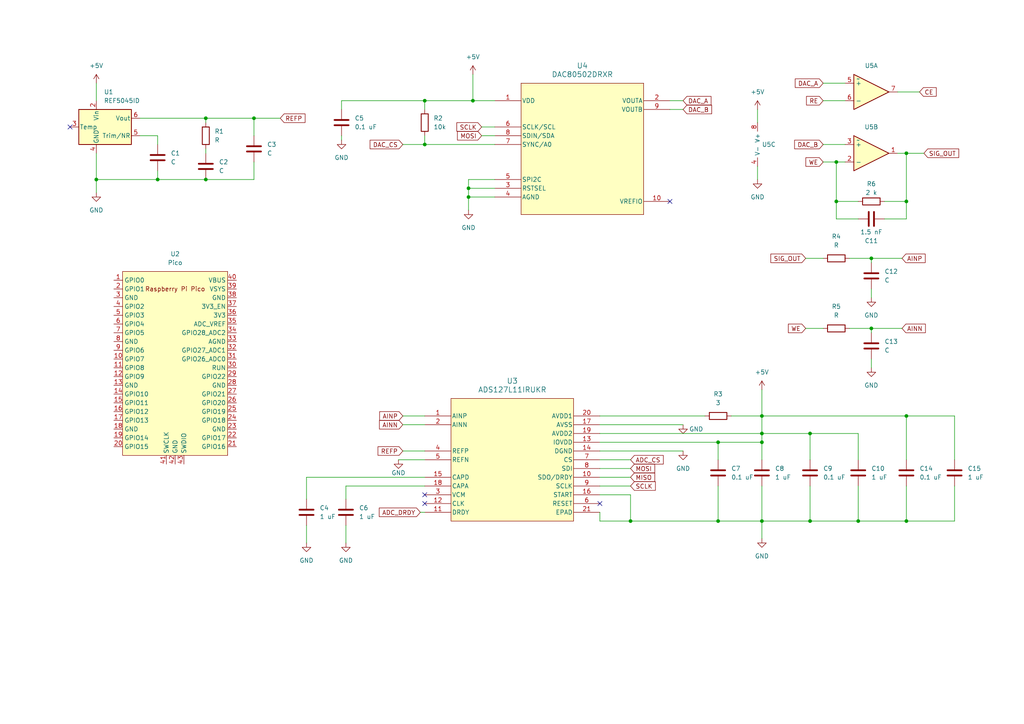
<source format=kicad_sch>
(kicad_sch (version 20230121) (generator eeschema)
  (paper "A4")
  (lib_symbols
    (symbol "ADS127L11IRUKR:ADS127L11IRUKR" (pin_names (offset 0.254))
      (property "Reference" "U" (at 25.4 10.16 0))
      (property "Value" "ADS127L11IRUKR" (at 25.4 7.62 0))
      (symbol "ADS127L11IRUKR_0_1"
        (pin input line (at 0 0 0) (length 7.62) (name "AINP") (number "1"))
        (pin output line (at 50.8 -17.78 180) (length 7.62) (name "SDO/DRDY") (number "10"))
        (pin output line (at 0 -27.94 0) (length 7.62) (name "DRDY") (number "11"))
        (pin input line (at 0 -25.4 0) (length 7.62) (name "CLK") (number "12"))
        (pin power_in line (at 50.8 -7.62 180) (length 7.62) (name "IOVDD") (number "13"))
        (pin power_out line (at 50.8 -10.16 180) (length 7.62) (name "DGND") (number "14"))
        (pin output line (at 0 -17.78 0) (length 7.62) (name "CAPD") (number "15"))
        (pin input line (at 50.8 -22.86 180) (length 7.62) (name "START") (number "16"))
        (pin power_in line (at 50.8 -2.54 180) (length 7.62) (name "AVSS") (number "17"))
        (pin output line (at 0 -20.32 0) (length 7.62) (name "CAPA") (number "18"))
        (pin power_in line (at 50.8 -5.08 180) (length 7.62) (name "AVDD2") (number "19"))
        (pin input line (at 0 -2.54 0) (length 7.62) (name "AINN") (number "2"))
        (pin power_in line (at 50.8 0 180) (length 7.62) (name "AVDD1") (number "20"))
        (pin power_out line (at 50.8 -27.94 180) (length 7.62) (name "EPAD") (number "21"))
        (pin output line (at 0 -22.86 0) (length 7.62) (name "VCM") (number "3"))
        (pin input line (at 0 -10.16 0) (length 7.62) (name "REFP") (number "4"))
        (pin input line (at 0 -12.7 0) (length 7.62) (name "REFN") (number "5"))
        (pin input line (at 50.8 -25.4 180) (length 7.62) (name "RESET") (number "6"))
        (pin input line (at 50.8 -12.7 180) (length 7.62) (name "CS") (number "7"))
        (pin input line (at 50.8 -15.24 180) (length 7.62) (name "SDI") (number "8"))
        (pin input line (at 50.8 -20.32 180) (length 7.62) (name "SCLK") (number "9"))
      )
      (symbol "ADS127L11IRUKR_1_1"
        (rectangle (start 7.62 5.08) (end 43.18 -30.48) (fill (type background)))
      )
    )
    (symbol "DAC80502DRXR:DAC80502DRXR" (pin_names (offset 0.254))
      (property "Reference" "U" (at 25.4 12.7 0))
      (property "Value" "DAC80502DRXR" (at 25.4 10.16 0))
      (symbol "DAC80502DRXR_0_1"
        (pin power_in line (at 0 2.54 0) (length 7.62) (name "VDD") (number "1"))
        (pin power_in line (at 50.8 -26.67 180) (length 7.62) (name "VREFIO") (number "10"))
        (pin output line (at 50.8 2.54 180) (length 7.62) (name "VOUTA") (number "2"))
        (pin unspecified line (at 0 -22.86 0) (length 7.62) (name "RSTSEL") (number "3"))
        (pin power_out line (at 0 -25.4 0) (length 7.62) (name "AGND") (number "4"))
        (pin unspecified line (at 0 -20.32 0) (length 7.62) (name "SPI2C") (number "5"))
        (pin unspecified line (at 0 -5.08 0) (length 7.62) (name "SCLK/SCL") (number "6"))
        (pin unspecified line (at 0 -10.16 0) (length 7.62) (name "SYNC/A0") (number "7"))
        (pin unspecified line (at 0 -7.62 0) (length 7.62) (name "SDIN/SDA") (number "8"))
        (pin output line (at 50.8 0 180) (length 7.62) (name "VOUTB") (number "9"))
      )
      (symbol "DAC80502DRXR_1_1"
        (rectangle (start 7.62 7.62) (end 43.18 -30.48) (fill (type background)))
      )
    )
    (symbol "Device:C" (pin_numbers hide) (pin_names (offset 0.254))
      (property "Reference" "C" (at 0.635 2.54 0))
      (property "Value" "C" (at 0.635 -2.54 0))
      (symbol "C_0_1"
        (polyline (pts (xy -2.032 -0.762) (xy 2.032 -0.762)) (stroke (width 0.508)))
        (polyline (pts (xy -2.032 0.762) (xy 2.032 0.762)) (stroke (width 0.508)))
      )
      (symbol "C_1_1"
        (pin passive line (at 0 3.81 270) (length 2.794) (name "~") (number "1"))
        (pin passive line (at 0 -3.81 90) (length 2.794) (name "~") (number "2"))
      )
    )
    (symbol "Device:R" (pin_numbers hide) (pin_names (offset 0))
      (property "Reference" "R" (at 2.032 0 90))
      (property "Value" "R" (at 0 0 90))
      (symbol "R_0_1"
        (rectangle (start -1.016 -2.54) (end 1.016 2.54) (stroke (width 0.254)))
      )
      (symbol "R_1_1"
        (pin passive line (at 0 3.81 270) (length 1.27) (name "~") (number "1"))
        (pin passive line (at 0 -3.81 90) (length 1.27) (name "~") (number "2"))
      )
    )
    (symbol "MCU_RaspberryPi_and_Boards:Pico"
      (property "Reference" "U" (at -13.97 27.94 0))
      (property "Value" "Pico" (at 0 19.05 0))
      (symbol "Pico_0_0"
        (text "Raspberry Pi Pico" (at 0 21.59 0) (effects (font (size 1.27 1.27))))
      )
      (symbol "Pico_0_1"
        (rectangle (start -15.24 26.67) (end 15.24 -26.67) (fill (type background)))
      )
      (symbol "Pico_1_1"
        (pin bidirectional line (at -17.78 24.13 0) (length 2.54) (name "GPIO0") (number "1"))
        (pin bidirectional line (at -17.78 1.27 0) (length 2.54) (name "GPIO7") (number "10"))
        (pin bidirectional line (at -17.78 -1.27 0) (length 2.54) (name "GPIO8") (number "11"))
        (pin bidirectional line (at -17.78 -3.81 0) (length 2.54) (name "GPIO9") (number "12"))
        (pin power_in line (at -17.78 -6.35 0) (length 2.54) (name "GND") (number "13"))
        (pin bidirectional line (at -17.78 -8.89 0) (length 2.54) (name "GPIO10") (number "14"))
        (pin bidirectional line (at -17.78 -11.43 0) (length 2.54) (name "GPIO11") (number "15"))
        (pin bidirectional line (at -17.78 -13.97 0) (length 2.54) (name "GPIO12") (number "16"))
        (pin bidirectional line (at -17.78 -16.51 0) (length 2.54) (name "GPIO13") (number "17"))
        (pin power_in line (at -17.78 -19.05 0) (length 2.54) (name "GND") (number "18"))
        (pin bidirectional line (at -17.78 -21.59 0) (length 2.54) (name "GPIO14") (number "19"))
        (pin bidirectional line (at -17.78 21.59 0) (length 2.54) (name "GPIO1") (number "2"))
        (pin bidirectional line (at -17.78 -24.13 0) (length 2.54) (name "GPIO15") (number "20"))
        (pin bidirectional line (at 17.78 -24.13 180) (length 2.54) (name "GPIO16") (number "21"))
        (pin bidirectional line (at 17.78 -21.59 180) (length 2.54) (name "GPIO17") (number "22"))
        (pin power_in line (at 17.78 -19.05 180) (length 2.54) (name "GND") (number "23"))
        (pin bidirectional line (at 17.78 -16.51 180) (length 2.54) (name "GPIO18") (number "24"))
        (pin bidirectional line (at 17.78 -13.97 180) (length 2.54) (name "GPIO19") (number "25"))
        (pin bidirectional line (at 17.78 -11.43 180) (length 2.54) (name "GPIO20") (number "26"))
        (pin bidirectional line (at 17.78 -8.89 180) (length 2.54) (name "GPIO21") (number "27"))
        (pin power_in line (at 17.78 -6.35 180) (length 2.54) (name "GND") (number "28"))
        (pin bidirectional line (at 17.78 -3.81 180) (length 2.54) (name "GPIO22") (number "29"))
        (pin power_in line (at -17.78 19.05 0) (length 2.54) (name "GND") (number "3"))
        (pin input line (at 17.78 -1.27 180) (length 2.54) (name "RUN") (number "30"))
        (pin bidirectional line (at 17.78 1.27 180) (length 2.54) (name "GPIO26_ADC0") (number "31"))
        (pin bidirectional line (at 17.78 3.81 180) (length 2.54) (name "GPIO27_ADC1") (number "32"))
        (pin power_in line (at 17.78 6.35 180) (length 2.54) (name "AGND") (number "33"))
        (pin bidirectional line (at 17.78 8.89 180) (length 2.54) (name "GPIO28_ADC2") (number "34"))
        (pin power_in line (at 17.78 11.43 180) (length 2.54) (name "ADC_VREF") (number "35"))
        (pin power_in line (at 17.78 13.97 180) (length 2.54) (name "3V3") (number "36"))
        (pin input line (at 17.78 16.51 180) (length 2.54) (name "3V3_EN") (number "37"))
        (pin bidirectional line (at 17.78 19.05 180) (length 2.54) (name "GND") (number "38"))
        (pin power_in line (at 17.78 21.59 180) (length 2.54) (name "VSYS") (number "39"))
        (pin bidirectional line (at -17.78 16.51 0) (length 2.54) (name "GPIO2") (number "4"))
        (pin power_in line (at 17.78 24.13 180) (length 2.54) (name "VBUS") (number "40"))
        (pin input line (at -2.54 -29.21 90) (length 2.54) (name "SWCLK") (number "41"))
        (pin power_in line (at 0 -29.21 90) (length 2.54) (name "GND") (number "42"))
        (pin bidirectional line (at 2.54 -29.21 90) (length 2.54) (name "SWDIO") (number "43"))
        (pin bidirectional line (at -17.78 13.97 0) (length 2.54) (name "GPIO3") (number "5"))
        (pin bidirectional line (at -17.78 11.43 0) (length 2.54) (name "GPIO4") (number "6"))
        (pin bidirectional line (at -17.78 8.89 0) (length 2.54) (name "GPIO5") (number "7"))
        (pin power_in line (at -17.78 6.35 0) (length 2.54) (name "GND") (number "8"))
        (pin bidirectional line (at -17.78 3.81 0) (length 2.54) (name "GPIO6") (number "9"))
      )
    )
    (symbol "OPA2328DGKR:OPA2328DGKR"
      (property "Reference" "U" (at 0 6.35 0))
      (symbol "OPA2328DGKR_1_1"
        (polyline (pts (xy -3.81 3.81) (xy 6.35 -1.27) (xy -3.81 -6.35) (xy -3.81 3.81)) (stroke (width 0.254)) (fill (type background)))
        (pin input line (at -6.35 1.27 0) (length 2.54) (name "+") (number "5"))
        (pin input line (at -6.35 -3.81 0) (length 2.54) (name "-") (number "6"))
        (pin output line (at 8.89 -1.27 180) (length 2.54) (name "") (number "7"))
      )
      (symbol "OPA2328DGKR_2_1"
        (polyline (pts (xy -3.81 3.81) (xy 6.35 -1.27) (xy -3.81 -6.35) (xy -3.81 3.81)) (stroke (width 0.254)) (fill (type background)))
        (pin output line (at 8.89 -1.27 180) (length 2.54) (name "") (number "1"))
        (pin input line (at -6.35 -3.81 0) (length 2.54) (name "-") (number "2"))
        (pin input line (at -6.35 1.27 0) (length 2.54) (name "+") (number "3"))
      )
      (symbol "OPA2328DGKR_3_1"
        (pin power_in line (at -2.54 -5.08 90) (length 2.54) (name "V-") (number "4"))
        (pin power_in line (at -2.54 7.62 270) (length 2.54) (name "V+") (number "8"))
      )
    )
    (symbol "Reference_Voltage:REF5045ID" (pin_names (offset 0.254))
      (property "Reference" "U" (at -1.27 8.255 0))
      (property "Value" "REF5045ID" (at -1.27 6.35 0))
      (symbol "REF5045ID_0_1"
        (rectangle (start -7.62 5.08) (end 7.62 -5.08) (stroke (width 0.254)) (fill (type background)))
      )
      (symbol "REF5045ID_1_1"
        (pin no_connect line (at -7.62 2.54 0) (length 2.54) hide (name "DNC") (number "1"))
        (pin power_in line (at -2.54 7.62 270) (length 2.54) (name "Vin") (number "2"))
        (pin passive line (at -10.16 0 0) (length 2.54) (name "Temp") (number "3"))
        (pin power_in line (at -2.54 -7.62 90) (length 2.54) (name "GND") (number "4"))
        (pin passive line (at 10.16 -2.54 180) (length 2.54) (name "Trim/NR") (number "5"))
        (pin power_out line (at 10.16 2.54 180) (length 2.54) (name "Vout") (number "6"))
        (pin no_connect line (at -5.08 -5.08 90) (length 2.54) hide (name "NC") (number "7"))
        (pin no_connect line (at 7.62 0 180) (length 2.54) hide (name "DNC") (number "8"))
      )
    )
    (symbol "power:+5V" (power) (pin_names (offset 0))
      (property "Value" "+5V" (at 0 3.556 0))
      (symbol "+5V_0_1"
        (polyline (pts (xy -0.762 1.27) (xy 0 2.54)))
        (polyline (pts (xy 0 0) (xy 0 2.54)))
        (polyline (pts (xy 0 2.54) (xy 0.762 1.27)))
      )
      (symbol "+5V_1_1"
        (pin power_in line (at 0 0 90) (length 0) hide (name "+5V") (number "1"))
      )
    )
    (symbol "power:GND" (power) (pin_names (offset 0))
      (property "Value" "GND" (at 0 -3.81 0))
      (symbol "GND_0_1"
        (polyline (pts (xy 0 0) (xy 0 -1.27) (xy 1.27 -1.27) (xy 0 -2.54) (xy -1.27 -1.27) (xy 0 -1.27)))
      )
      (symbol "GND_1_1"
        (pin power_in line (at 0 0 270) (length 0) hide (name "GND") (number "1"))
      )
    )
  )
  (junction (at 208.28 128.27))
  (junction (at 123.19 41.91))
  (junction (at 242.57 58.42))
  (junction (at 220.98 151.13))
  (junction (at 220.98 128.27))
  (junction (at 123.19 29.21))
  (junction (at 252.73 95.25))
  (junction (at 208.28 151.13))
  (junction (at 59.69 52.07))
  (junction (at 135.89 54.61))
  (junction (at 248.92 151.13))
  (junction (at 220.98 125.73))
  (junction (at 262.89 44.45))
  (junction (at 45.72 52.07))
  (junction (at 242.57 46.99))
  (junction (at 73.66 34.29))
  (junction (at 262.89 151.13))
  (junction (at 234.95 151.13))
  (junction (at 252.73 74.93))
  (junction (at 262.89 120.65))
  (junction (at 27.94 52.07))
  (junction (at 135.89 57.15))
  (junction (at 137.16 29.21))
  (junction (at 234.95 125.73))
  (junction (at 182.88 151.13))
  (junction (at 220.98 120.65))
  (junction (at 262.89 58.42))
  (junction (at 59.69 34.29))
  (no_connect (at 194.31 58.42))
  (no_connect (at 173.99 146.05))
  (no_connect (at 20.32 36.83))
  (no_connect (at 123.19 146.05))
  (no_connect (at 123.19 143.51))
  (wire (pts (xy 182.88 151.13) (xy 208.28 151.13)))
  (wire (pts (xy 208.28 151.13) (xy 220.98 151.13)))
  (wire (pts (xy 121.92 148.59) (xy 123.19 148.59)))
  (wire (pts (xy 219.71 31.75) (xy 219.71 35.56)))
  (wire (pts (xy 276.86 151.13) (xy 262.89 151.13)))
  (wire (pts (xy 173.99 135.89) (xy 182.88 135.89)))
  (wire (pts (xy 116.84 130.81) (xy 123.19 130.81)))
  (wire (pts (xy 116.84 41.91) (xy 123.19 41.91)))
  (wire (pts (xy 135.89 52.07) (xy 135.89 54.61)))
  (wire (pts (xy 252.73 95.25) (xy 252.73 96.52)))
  (wire (pts (xy 123.19 138.43) (xy 88.9 138.43)))
  (wire (pts (xy 143.51 57.15) (xy 135.89 57.15)))
  (wire (pts (xy 256.54 58.42) (xy 262.89 58.42)))
  (wire (pts (xy 173.99 151.13) (xy 182.88 151.13)))
  (wire (pts (xy 219.71 48.26) (xy 219.71 52.07)))
  (wire (pts (xy 139.7 36.83) (xy 143.51 36.83)))
  (wire (pts (xy 173.99 120.65) (xy 204.47 120.65)))
  (wire (pts (xy 123.19 39.37) (xy 123.19 41.91)))
  (wire (pts (xy 208.28 128.27) (xy 220.98 128.27)))
  (wire (pts (xy 252.73 74.93) (xy 252.73 76.2)))
  (wire (pts (xy 143.51 54.61) (xy 135.89 54.61)))
  (wire (pts (xy 234.95 125.73) (xy 234.95 133.35)))
  (wire (pts (xy 220.98 120.65) (xy 262.89 120.65)))
  (wire (pts (xy 242.57 46.99) (xy 245.11 46.99)))
  (wire (pts (xy 260.35 26.67) (xy 266.7 26.67)))
  (wire (pts (xy 220.98 151.13) (xy 234.95 151.13)))
  (wire (pts (xy 234.95 140.97) (xy 234.95 151.13)))
  (wire (pts (xy 256.54 63.5) (xy 262.89 63.5)))
  (wire (pts (xy 242.57 58.42) (xy 248.92 58.42)))
  (wire (pts (xy 45.72 39.37) (xy 45.72 41.91)))
  (wire (pts (xy 182.88 151.13) (xy 182.88 143.51)))
  (wire (pts (xy 99.06 39.37) (xy 99.06 40.64)))
  (wire (pts (xy 173.99 133.35) (xy 182.88 133.35)))
  (wire (pts (xy 59.69 34.29) (xy 59.69 35.56)))
  (wire (pts (xy 135.89 54.61) (xy 135.89 57.15)))
  (wire (pts (xy 262.89 133.35) (xy 262.89 120.65)))
  (wire (pts (xy 260.35 44.45) (xy 262.89 44.45)))
  (wire (pts (xy 208.28 140.97) (xy 208.28 151.13)))
  (wire (pts (xy 100.33 140.97) (xy 100.33 144.78)))
  (wire (pts (xy 248.92 140.97) (xy 248.92 151.13)))
  (wire (pts (xy 73.66 34.29) (xy 81.28 34.29)))
  (wire (pts (xy 252.73 74.93) (xy 261.62 74.93)))
  (wire (pts (xy 173.99 140.97) (xy 182.88 140.97)))
  (wire (pts (xy 208.28 128.27) (xy 208.28 133.35)))
  (wire (pts (xy 194.31 31.75) (xy 198.12 31.75)))
  (wire (pts (xy 233.68 95.25) (xy 238.76 95.25)))
  (wire (pts (xy 220.98 113.03) (xy 220.98 120.65)))
  (wire (pts (xy 220.98 128.27) (xy 220.98 133.35)))
  (wire (pts (xy 123.19 29.21) (xy 137.16 29.21)))
  (wire (pts (xy 276.86 120.65) (xy 276.86 133.35)))
  (wire (pts (xy 220.98 151.13) (xy 220.98 156.21)))
  (wire (pts (xy 252.73 104.14) (xy 252.73 106.68)))
  (wire (pts (xy 88.9 152.4) (xy 88.9 157.48)))
  (wire (pts (xy 252.73 95.25) (xy 261.62 95.25)))
  (wire (pts (xy 220.98 125.73) (xy 220.98 128.27)))
  (wire (pts (xy 173.99 138.43) (xy 182.88 138.43)))
  (wire (pts (xy 173.99 143.51) (xy 182.88 143.51)))
  (wire (pts (xy 123.19 31.75) (xy 123.19 29.21)))
  (wire (pts (xy 73.66 34.29) (xy 59.69 34.29)))
  (wire (pts (xy 123.19 140.97) (xy 100.33 140.97)))
  (wire (pts (xy 220.98 125.73) (xy 234.95 125.73)))
  (wire (pts (xy 248.92 151.13) (xy 262.89 151.13)))
  (wire (pts (xy 116.84 123.19) (xy 123.19 123.19)))
  (wire (pts (xy 27.94 52.07) (xy 45.72 52.07)))
  (wire (pts (xy 238.76 24.13) (xy 245.11 24.13)))
  (wire (pts (xy 73.66 46.99) (xy 73.66 52.07)))
  (wire (pts (xy 45.72 52.07) (xy 59.69 52.07)))
  (wire (pts (xy 262.89 120.65) (xy 276.86 120.65)))
  (wire (pts (xy 262.89 63.5) (xy 262.89 58.42)))
  (wire (pts (xy 238.76 46.99) (xy 242.57 46.99)))
  (wire (pts (xy 233.68 74.93) (xy 238.76 74.93)))
  (wire (pts (xy 234.95 125.73) (xy 248.92 125.73)))
  (wire (pts (xy 252.73 83.82) (xy 252.73 86.36)))
  (wire (pts (xy 45.72 49.53) (xy 45.72 52.07)))
  (wire (pts (xy 248.92 125.73) (xy 248.92 133.35)))
  (wire (pts (xy 238.76 41.91) (xy 245.11 41.91)))
  (wire (pts (xy 173.99 130.81) (xy 198.12 130.81)))
  (wire (pts (xy 252.73 74.93) (xy 246.38 74.93)))
  (wire (pts (xy 59.69 43.18) (xy 59.69 44.45)))
  (wire (pts (xy 212.09 120.65) (xy 220.98 120.65)))
  (wire (pts (xy 27.94 52.07) (xy 27.94 55.88)))
  (wire (pts (xy 27.94 44.45) (xy 27.94 52.07)))
  (wire (pts (xy 194.31 29.21) (xy 198.12 29.21)))
  (wire (pts (xy 59.69 52.07) (xy 73.66 52.07)))
  (wire (pts (xy 276.86 140.97) (xy 276.86 151.13)))
  (wire (pts (xy 262.89 140.97) (xy 262.89 151.13)))
  (wire (pts (xy 234.95 151.13) (xy 248.92 151.13)))
  (wire (pts (xy 173.99 123.19) (xy 198.12 123.19)))
  (wire (pts (xy 73.66 34.29) (xy 73.66 39.37)))
  (wire (pts (xy 143.51 52.07) (xy 135.89 52.07)))
  (wire (pts (xy 137.16 29.21) (xy 143.51 29.21)))
  (wire (pts (xy 220.98 120.65) (xy 220.98 125.73)))
  (wire (pts (xy 116.84 120.65) (xy 123.19 120.65)))
  (wire (pts (xy 242.57 46.99) (xy 242.57 58.42)))
  (wire (pts (xy 88.9 138.43) (xy 88.9 144.78)))
  (wire (pts (xy 115.57 133.35) (xy 123.19 133.35)))
  (wire (pts (xy 100.33 152.4) (xy 100.33 157.48)))
  (wire (pts (xy 139.7 39.37) (xy 143.51 39.37)))
  (wire (pts (xy 173.99 128.27) (xy 208.28 128.27)))
  (wire (pts (xy 40.64 34.29) (xy 59.69 34.29)))
  (wire (pts (xy 220.98 140.97) (xy 220.98 151.13)))
  (wire (pts (xy 123.19 41.91) (xy 143.51 41.91)))
  (wire (pts (xy 27.94 24.13) (xy 27.94 29.21)))
  (wire (pts (xy 173.99 125.73) (xy 220.98 125.73)))
  (wire (pts (xy 262.89 58.42) (xy 262.89 44.45)))
  (wire (pts (xy 262.89 44.45) (xy 267.97 44.45)))
  (wire (pts (xy 99.06 31.75) (xy 99.06 29.21)))
  (wire (pts (xy 99.06 29.21) (xy 123.19 29.21)))
  (wire (pts (xy 137.16 21.59) (xy 137.16 29.21)))
  (wire (pts (xy 248.92 63.5) (xy 242.57 63.5)))
  (wire (pts (xy 45.72 39.37) (xy 40.64 39.37)))
  (wire (pts (xy 173.99 148.59) (xy 173.99 151.13)))
  (wire (pts (xy 135.89 57.15) (xy 135.89 60.96)))
  (wire (pts (xy 242.57 63.5) (xy 242.57 58.42)))
  (wire (pts (xy 252.73 95.25) (xy 246.38 95.25)))
  (wire (pts (xy 238.76 29.21) (xy 245.11 29.21)))
  (global_label "DAC_A" (shape input) (at 238.76 24.13 180) (property "Intersheetrefs" "${INTERSHEET_REFS}" (effects hide)))
  (global_label "DAC_CS" (shape input) (at 116.84 41.91 180) (property "Intersheetrefs" "${INTERSHEET_REFS}" (effects hide)))
  (global_label "SIG_OUT" (shape input) (at 267.97 44.45 0) (property "Intersheetrefs" "${INTERSHEET_REFS}" (effects hide)))
  (global_label "SCLK" (shape input) (at 182.88 140.97 0) (property "Intersheetrefs" "${INTERSHEET_REFS}" (effects hide)))
  (global_label "MOSI" (shape input) (at 182.88 135.89 0) (property "Intersheetrefs" "${INTERSHEET_REFS}" (effects hide)))
  (global_label "CE" (shape input) (at 266.7 26.67 0) (property "Intersheetrefs" "${INTERSHEET_REFS}" (effects hide)))
  (global_label "RE" (shape input) (at 238.76 29.21 180) (property "Intersheetrefs" "${INTERSHEET_REFS}" (effects hide)))
  (global_label "MISO" (shape input) (at 182.88 138.43 0) (property "Intersheetrefs" "${INTERSHEET_REFS}" (effects hide)))
  (global_label "AINN" (shape input) (at 116.84 123.19 180) (property "Intersheetrefs" "${INTERSHEET_REFS}" (effects hide)))
  (global_label "WE" (shape input) (at 238.76 46.99 180) (property "Intersheetrefs" "${INTERSHEET_REFS}" (effects hide)))
  (global_label "DAC_A" (shape input) (at 198.12 29.21 0) (property "Intersheetrefs" "${INTERSHEET_REFS}" (effects hide)))
  (global_label "SIG_OUT" (shape input) (at 233.68 74.93 180) (property "Intersheetrefs" "${INTERSHEET_REFS}" (effects hide)))
  (global_label "DAC_B" (shape input) (at 238.76 41.91 180) (property "Intersheetrefs" "${INTERSHEET_REFS}" (effects hide)))
  (global_label "REFP" (shape input) (at 116.84 130.81 180) (property "Intersheetrefs" "${INTERSHEET_REFS}" (effects hide)))
  (global_label "DAC_B" (shape input) (at 198.12 31.75 0) (property "Intersheetrefs" "${INTERSHEET_REFS}" (effects hide)))
  (global_label "ADC_DRDY" (shape input) (at 121.92 148.59 180) (property "Intersheetrefs" "${INTERSHEET_REFS}" (effects hide)))
  (global_label "SCLK" (shape input) (at 139.7 36.83 180) (property "Intersheetrefs" "${INTERSHEET_REFS}" (effects hide)))
  (global_label "WE" (shape input) (at 233.68 95.25 180) (property "Intersheetrefs" "${INTERSHEET_REFS}" (effects hide)))
  (global_label "MOSI" (shape input) (at 139.7 39.37 180) (property "Intersheetrefs" "${INTERSHEET_REFS}" (effects hide)))
  (global_label "REFP" (shape input) (at 81.28 34.29 0) (property "Intersheetrefs" "${INTERSHEET_REFS}" (effects hide)))
  (global_label "AINP" (shape input) (at 116.84 120.65 180) (property "Intersheetrefs" "${INTERSHEET_REFS}" (effects hide)))
  (global_label "AINP" (shape input) (at 261.62 74.93 0) (property "Intersheetrefs" "${INTERSHEET_REFS}" (effects hide)))
  (global_label "AINN" (shape input) (at 261.62 95.25 0) (property "Intersheetrefs" "${INTERSHEET_REFS}" (effects hide)))
  (global_label "ADC_CS" (shape input) (at 182.88 133.35 0) (property "Intersheetrefs" "${INTERSHEET_REFS}" (effects hide)))
  (symbol (lib_id "power:GND") (at 88.9 157.48 0) (unit 1)
    (property "Reference" "#PWR03" (effects hide))
    (property "Value" "GND" (at 88.9 162.56 0))
  )
  (symbol (lib_id "power:GND") (at 27.94 55.88 0) (unit 1)
    (property "Reference" "#PWR02" (effects hide))
    (property "Value" "GND" (at 27.94 60.96 0))
  )
  (symbol (lib_id "Device:C") (at 262.89 137.16 0) (unit 1)
    (property "Reference" "C14" (at 266.7 135.89 0) (effects (justify left)))
    (property "Value" "0.1 uF" (at 266.7 138.43 0) (effects (justify left)))
    (property "Footprint" "Capacitor_SMD:C_0603_1608Metric_Pad1.08x0.95mm_HandSolder" (effects hide))
  )
  (symbol (lib_id "OPA2328DGKR:OPA2328DGKR") (at 251.46 43.18 0) (unit 2)
    (property "Reference" "U5" (at 252.73 36.83 0))
    (property "Value" "~" (at 248.92 40.64 0))
    (property "Footprint" "OPA2328DGKR:SO8_DGK_TEX" (effects hide))
  )
  (symbol (lib_id "MCU_RaspberryPi_and_Boards:Pico") (at 50.8 105.41 0) (unit 1)
    (property "Reference" "U2" (at 50.8 73.66 0))
    (property "Value" "Pico" (at 50.8 76.2 0))
    (property "Footprint" "MCU_RaspberryPi_and_Boards:RPi_Pico_SMD_TH" (effects hide))
  )
  (symbol (lib_id "power:GND") (at 252.73 86.36 0) (unit 1)
    (property "Reference" "#PWR015" (effects hide))
    (property "Value" "GND" (at 252.73 91.44 0))
  )
  (symbol (lib_id "OPA2328DGKR:OPA2328DGKR") (at 222.25 43.18 0) (unit 3)
    (property "Reference" "U5" (at 220.98 41.91 0) (effects (justify left)))
    (property "Value" "~" (at 219.71 40.64 0))
    (property "Footprint" "OPA2328DGKR:SO8_DGK_TEX" (effects hide))
  )
  (symbol (lib_id "Device:C") (at 208.28 137.16 0) (unit 1)
    (property "Reference" "C7" (at 212.09 135.89 0) (effects (justify left)))
    (property "Value" "0.1 uF" (at 212.09 138.43 0) (effects (justify left)))
    (property "Footprint" "Capacitor_SMD:C_0603_1608Metric_Pad1.08x0.95mm_HandSolder" (effects hide))
  )
  (symbol (lib_id "power:GND") (at 100.33 157.48 0) (unit 1)
    (property "Reference" "#PWR05" (effects hide))
    (property "Value" "GND" (at 100.33 162.56 0))
  )
  (symbol (lib_id "power:GND") (at 220.98 156.21 0) (unit 1)
    (property "Reference" "#PWR014" (effects hide))
    (property "Value" "GND" (at 220.98 161.29 0))
  )
  (symbol (lib_id "power:GND") (at 219.71 52.07 0) (unit 1)
    (property "Reference" "#PWR012" (effects hide))
    (property "Value" "GND" (at 219.71 57.15 0))
  )
  (symbol (lib_id "Device:C") (at 99.06 35.56 0) (unit 1)
    (property "Reference" "C5" (at 102.87 34.29 0) (effects (justify left)))
    (property "Value" "0.1 uF" (at 102.87 36.83 0) (effects (justify left)))
    (property "Footprint" "Capacitor_SMD:C_0603_1608Metric_Pad1.08x0.95mm_HandSolder" (effects hide))
  )
  (symbol (lib_id "DAC80502DRXR:DAC80502DRXR") (at 143.51 31.75 0) (unit 1)
    (property "Reference" "U4" (at 168.91 19.05 0) (effects (font (size 1.524 1.524))))
    (property "Value" "DAC80502DRXR" (at 168.91 21.59 0) (effects (font (size 1.524 1.524))))
    (property "Footprint" "DAC80502DRXR:SON_02DRXR_TEX" (effects hide))
    (property "Datasheet" "DAC80502DRXR" (effects hide))
  )
  (symbol (lib_id "power:GND") (at 198.12 130.81 0) (unit 1)
    (property "Reference" "#PWR010" (effects hide))
    (property "Value" "GND" (at 198.12 135.89 0))
  )
  (symbol (lib_id "power:+5V") (at 27.94 24.13 0) (unit 1)
    (property "Reference" "#PWR01" (effects hide))
    (property "Value" "+5V" (at 27.94 19.05 0))
  )
  (symbol (lib_id "power:GND") (at 135.89 60.96 0) (unit 1)
    (property "Reference" "#PWR07" (effects hide))
    (property "Value" "GND" (at 135.89 66.04 0))
  )
  (symbol (lib_id "power:GND") (at 99.06 40.64 0) (unit 1)
    (property "Reference" "#PWR04" (effects hide))
    (property "Value" "GND" (at 99.06 45.72 0))
  )
  (symbol (lib_id "Device:C") (at 220.98 137.16 0) (unit 1)
    (property "Reference" "C8" (at 224.79 135.89 0) (effects (justify left)))
    (property "Value" "1 uF" (at 224.79 138.43 0) (effects (justify left)))
    (property "Footprint" "Capacitor_SMD:C_0603_1608Metric_Pad1.08x0.95mm_HandSolder" (effects hide))
  )
  (symbol (lib_id "Device:C") (at 252.73 100.33 0) (unit 1)
    (property "Reference" "C13" (at 256.54 99.06 0) (effects (justify left)))
    (property "Value" "C" (at 256.54 101.6 0) (effects (justify left)))
    (property "Footprint" "Capacitor_SMD:C_0603_1608Metric_Pad1.08x0.95mm_HandSolder" (effects hide))
  )
  (symbol (lib_id "power:GND") (at 115.57 133.35 0) (unit 1)
    (property "Reference" "#PWR06" (effects hide))
    (property "Value" "GND" (at 115.57 137.16 0))
  )
  (symbol (lib_id "Device:R") (at 123.19 35.56 0) (unit 1)
    (property "Reference" "R2" (at 125.73 34.29 0) (effects (justify left)))
    (property "Value" "10k" (at 125.73 36.83 0) (effects (justify left)))
    (property "Footprint" "Resistor_SMD:R_0603_1608Metric_Pad0.98x0.95mm_HandSolder" (effects hide))
  )
  (symbol (lib_id "Reference_Voltage:REF5045ID") (at 30.48 36.83 0) (unit 1)
    (property "Reference" "U1" (at 30.1341 26.67 0) (effects (justify left)))
    (property "Value" "REF5045ID" (at 30.1341 29.21 0) (effects (justify left)))
    (property "Footprint" "Package_SO:SOIC-8_3.9x4.9mm_P1.27mm" (effects hide))
    (property "Datasheet" "http://www.ti.com/lit/ds/symlink/ref5030.pdf" (effects hide))
  )
  (symbol (lib_id "power:+5V") (at 219.71 31.75 0) (unit 1)
    (property "Reference" "#PWR011" (effects hide))
    (property "Value" "+5V" (at 219.71 26.67 0))
  )
  (symbol (lib_id "Device:C") (at 59.69 48.26 0) (unit 1)
    (property "Reference" "C2" (at 63.5 46.99 0) (effects (justify left)))
    (property "Value" "C" (at 63.5 49.53 0) (effects (justify left)))
    (property "Footprint" "Capacitor_SMD:C_0603_1608Metric_Pad1.08x0.95mm_HandSolder" (effects hide))
  )
  (symbol (lib_id "ADS127L11IRUKR:ADS127L11IRUKR") (at 123.19 120.65 0) (unit 1)
    (property "Reference" "U3" (at 148.59 110.49 0) (effects (font (size 1.524 1.524))))
    (property "Value" "ADS127L11IRUKR" (at 148.59 113.03 0) (effects (font (size 1.524 1.524))))
    (property "Footprint" "ADS127L11IRUKR:WQFN20_RUK_TEX" (effects hide))
    (property "Datasheet" "ADS127L11IRUKR" (effects hide))
  )
  (symbol (lib_id "Device:C") (at 100.33 148.59 0) (unit 1)
    (property "Reference" "C6" (at 104.14 147.32 0) (effects (justify left)))
    (property "Value" "1 uF" (at 104.14 149.86 0) (effects (justify left)))
    (property "Footprint" "Capacitor_SMD:C_0603_1608Metric_Pad1.08x0.95mm_HandSolder" (effects hide))
  )
  (symbol (lib_id "power:GND") (at 252.73 106.68 0) (unit 1)
    (property "Reference" "#PWR016" (effects hide))
    (property "Value" "GND" (at 252.73 111.76 0))
  )
  (symbol (lib_id "Device:C") (at 276.86 137.16 0) (unit 1)
    (property "Reference" "C15" (at 280.67 135.89 0) (effects (justify left)))
    (property "Value" "1 uF" (at 280.67 138.43 0) (effects (justify left)))
    (property "Footprint" "Capacitor_SMD:C_0603_1608Metric_Pad1.08x0.95mm_HandSolder" (effects hide))
  )
  (symbol (lib_id "OPA2328DGKR:OPA2328DGKR") (at 251.46 25.4 0) (unit 1)
    (property "Reference" "U5" (at 252.73 19.05 0))
    (property "Value" "~" (at 248.92 22.86 0))
    (property "Footprint" "OPA2328DGKR:SO8_DGK_TEX" (effects hide))
  )
  (symbol (lib_id "Device:R") (at 208.28 120.65 90) (unit 1)
    (property "Reference" "R3" (at 208.28 114.3 90))
    (property "Value" "3" (at 208.28 116.84 90))
    (property "Footprint" "Resistor_SMD:R_0603_1608Metric_Pad0.98x0.95mm_HandSolder" (effects hide))
  )
  (symbol (lib_id "Device:R") (at 242.57 74.93 90) (unit 1)
    (property "Reference" "R4" (at 242.57 68.58 90))
    (property "Value" "R" (at 242.57 71.12 90))
    (property "Footprint" "Resistor_SMD:R_0603_1608Metric_Pad0.98x0.95mm_HandSolder" (effects hide))
  )
  (symbol (lib_id "power:GND") (at 198.12 123.19 0) (unit 1)
    (property "Reference" "#PWR09" (effects hide))
    (property "Value" "GND" (at 201.93 124.46 0))
  )
  (symbol (lib_id "power:+5V") (at 220.98 113.03 0) (unit 1)
    (property "Reference" "#PWR013" (effects hide))
    (property "Value" "+5V" (at 220.98 107.95 0))
  )
  (symbol (lib_id "Device:R") (at 252.73 58.42 90) (unit 1)
    (property "Reference" "R6" (at 252.73 53.34 90))
    (property "Value" "2 k" (at 252.73 55.88 90))
    (property "Footprint" "Resistor_SMD:R_0603_1608Metric_Pad0.98x0.95mm_HandSolder" (effects hide))
  )
  (symbol (lib_id "Device:C") (at 252.73 80.01 0) (unit 1)
    (property "Reference" "C12" (at 256.54 78.74 0) (effects (justify left)))
    (property "Value" "C" (at 256.54 81.28 0) (effects (justify left)))
    (property "Footprint" "Capacitor_SMD:C_0603_1608Metric_Pad1.08x0.95mm_HandSolder" (effects hide))
  )
  (symbol (lib_id "Device:C") (at 248.92 137.16 0) (unit 1)
    (property "Reference" "C10" (at 252.73 135.89 0) (effects (justify left)))
    (property "Value" "1 uF" (at 252.73 138.43 0) (effects (justify left)))
    (property "Footprint" "Capacitor_SMD:C_0603_1608Metric_Pad1.08x0.95mm_HandSolder" (effects hide))
  )
  (symbol (lib_id "Device:C") (at 45.72 45.72 0) (unit 1)
    (property "Reference" "C1" (at 49.53 44.45 0) (effects (justify left)))
    (property "Value" "C" (at 49.53 46.99 0) (effects (justify left)))
    (property "Footprint" "Capacitor_SMD:C_0603_1608Metric_Pad1.08x0.95mm_HandSolder" (effects hide))
  )
  (symbol (lib_id "Device:C") (at 234.95 137.16 0) (unit 1)
    (property "Reference" "C9" (at 238.76 135.89 0) (effects (justify left)))
    (property "Value" "0.1 uF" (at 238.76 138.43 0) (effects (justify left)))
    (property "Footprint" "Capacitor_SMD:C_0603_1608Metric_Pad1.08x0.95mm_HandSolder" (effects hide))
  )
  (symbol (lib_id "power:+5V") (at 137.16 21.59 0) (unit 1)
    (property "Reference" "#PWR08" (effects hide))
    (property "Value" "+5V" (at 137.16 16.51 0))
  )
  (symbol (lib_id "Device:R") (at 242.57 95.25 90) (unit 1)
    (property "Reference" "R5" (at 242.57 88.9 90))
    (property "Value" "R" (at 242.57 91.44 90))
    (property "Footprint" "Resistor_SMD:R_0603_1608Metric_Pad0.98x0.95mm_HandSolder" (effects hide))
  )
  (symbol (lib_id "Device:C") (at 73.66 43.18 0) (unit 1)
    (property "Reference" "C3" (at 77.47 41.91 0) (effects (justify left)))
    (property "Value" "C" (at 77.47 44.45 0) (effects (justify left)))
    (property "Footprint" "Capacitor_SMD:C_0603_1608Metric_Pad1.08x0.95mm_HandSolder" (effects hide))
  )
  (symbol (lib_id "Device:C") (at 252.73 63.5 270) (unit 1)
    (property "Reference" "C11" (at 252.73 69.85 90))
    (property "Value" "1.5 nF" (at 252.73 67.31 90))
    (property "Footprint" "Capacitor_SMD:C_0603_1608Metric_Pad1.08x0.95mm_HandSolder" (effects hide))
  )
  (symbol (lib_id "Device:R") (at 59.69 39.37 180) (unit 1)
    (property "Reference" "R1" (at 62.23 38.1 0) (effects (justify right)))
    (property "Value" "R" (at 62.23 40.64 0) (effects (justify right)))
    (property "Footprint" "Resistor_SMD:R_0603_1608Metric_Pad0.98x0.95mm_HandSolder" (effects hide))
  )
  (symbol (lib_id "Device:C") (at 88.9 148.59 0) (unit 1)
    (property "Reference" "C4" (at 92.71 147.32 0) (effects (justify left)))
    (property "Value" "1 uF" (at 92.71 149.86 0) (effects (justify left)))
    (property "Footprint" "Capacitor_SMD:C_0603_1608Metric_Pad1.08x0.95mm_HandSolder" (effects hide))
  )
)
</source>
